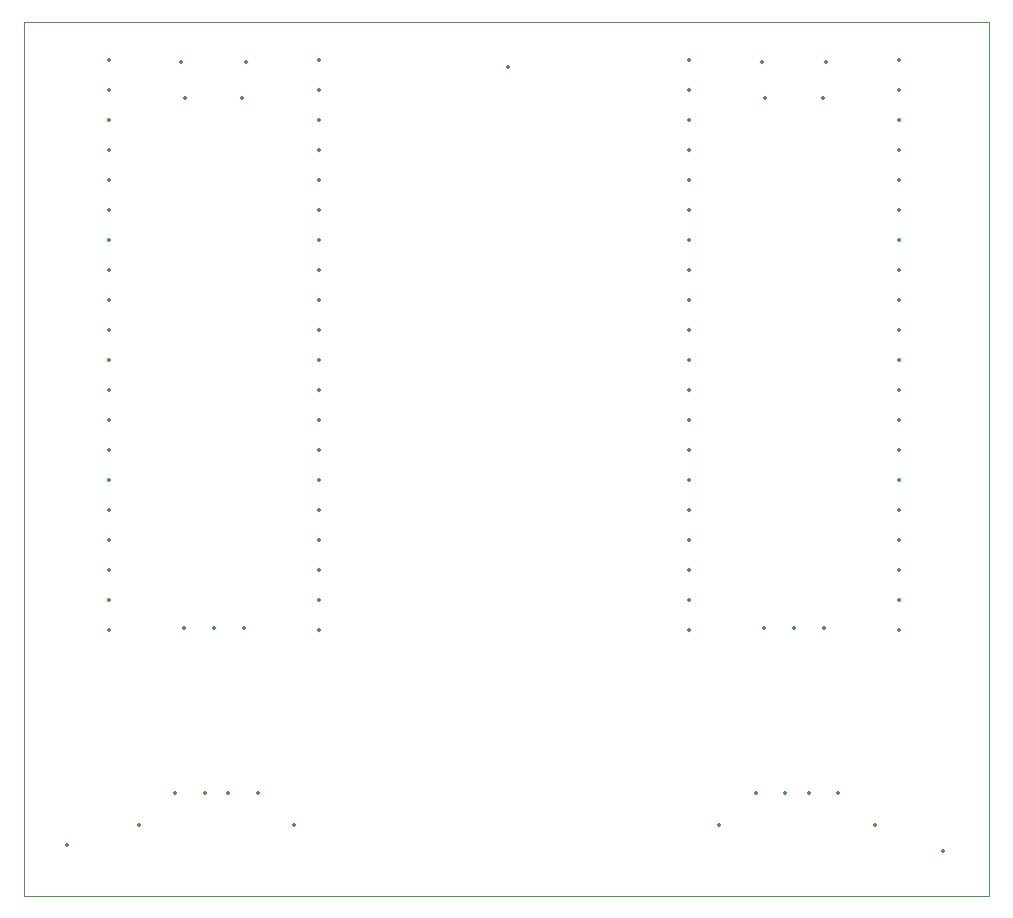
<source format=gko>
%TF.GenerationSoftware,KiCad,Pcbnew,8.0.5*%
%TF.CreationDate,2024-10-19T09:16:07+05:30*%
%TF.ProjectId,DeskHop_Rev1,4465736b-486f-4705-9f52-6576312e6b69,rev?*%
%TF.SameCoordinates,Original*%
%TF.FileFunction,Profile,NP*%
%FSLAX46Y46*%
G04 Gerber Fmt 4.6, Leading zero omitted, Abs format (unit mm)*
G04 Created by KiCad (PCBNEW 8.0.5) date 2024-10-19 09:16:07*
%MOMM*%
%LPD*%
G01*
G04 APERTURE LIST*
%TA.AperFunction,Profile*%
%ADD10C,0.050000*%
%TD*%
%ADD11C,0.350000*%
G04 APERTURE END LIST*
D10*
X64255513Y-58212566D02*
X145905513Y-58212566D01*
X145905513Y-132212566D01*
X64255513Y-132212566D01*
X64255513Y-58212566D01*
D11*
X142015513Y-128382566D03*
X77539260Y-61607566D03*
X77839260Y-64637566D03*
X82689260Y-64637566D03*
X82989260Y-61607566D03*
X71374260Y-61477566D03*
X71374260Y-64017566D03*
X71374260Y-66557566D03*
X71374260Y-69097566D03*
X71374260Y-71637566D03*
X71374260Y-74177566D03*
X71374260Y-76717566D03*
X71374260Y-79257566D03*
X71374260Y-81797566D03*
X71374260Y-84337566D03*
X71374260Y-86877566D03*
X71374260Y-89417566D03*
X71374260Y-91957566D03*
X71374260Y-94497566D03*
X71374260Y-97037566D03*
X71374260Y-99577566D03*
X71374260Y-102117566D03*
X71374260Y-104657566D03*
X71374260Y-107197566D03*
X71374260Y-109737566D03*
X89154260Y-109737566D03*
X89154260Y-107197566D03*
X89154260Y-104657566D03*
X89154260Y-102117566D03*
X89154260Y-99577566D03*
X89154260Y-97037566D03*
X89154260Y-94497566D03*
X89154260Y-91957566D03*
X89154260Y-89417566D03*
X89154260Y-86877566D03*
X89154260Y-84337566D03*
X89154260Y-81797566D03*
X89154260Y-79257566D03*
X89154260Y-76717566D03*
X89154260Y-74177566D03*
X89154260Y-71637566D03*
X89154260Y-69097566D03*
X89154260Y-66557566D03*
X89154260Y-64017566D03*
X89154260Y-61477566D03*
X77724260Y-109507566D03*
X80264260Y-109507566D03*
X82804260Y-109507566D03*
X105165513Y-62032566D03*
X77015513Y-123545566D03*
X79515513Y-123545566D03*
X81515513Y-123545566D03*
X84015513Y-123545566D03*
X73945513Y-126255566D03*
X87085513Y-126255566D03*
X67875513Y-127902566D03*
X126696234Y-61607566D03*
X126996234Y-64637566D03*
X131846234Y-64637566D03*
X132146234Y-61607566D03*
X120531234Y-61477566D03*
X120531234Y-64017566D03*
X120531234Y-66557566D03*
X120531234Y-69097566D03*
X120531234Y-71637566D03*
X120531234Y-74177566D03*
X120531234Y-76717566D03*
X120531234Y-79257566D03*
X120531234Y-81797566D03*
X120531234Y-84337566D03*
X120531234Y-86877566D03*
X120531234Y-89417566D03*
X120531234Y-91957566D03*
X120531234Y-94497566D03*
X120531234Y-97037566D03*
X120531234Y-99577566D03*
X120531234Y-102117566D03*
X120531234Y-104657566D03*
X120531234Y-107197566D03*
X120531234Y-109737566D03*
X138311234Y-109737566D03*
X138311234Y-107197566D03*
X138311234Y-104657566D03*
X138311234Y-102117566D03*
X138311234Y-99577566D03*
X138311234Y-97037566D03*
X138311234Y-94497566D03*
X138311234Y-91957566D03*
X138311234Y-89417566D03*
X138311234Y-86877566D03*
X138311234Y-84337566D03*
X138311234Y-81797566D03*
X138311234Y-79257566D03*
X138311234Y-76717566D03*
X138311234Y-74177566D03*
X138311234Y-71637566D03*
X138311234Y-69097566D03*
X138311234Y-66557566D03*
X138311234Y-64017566D03*
X138311234Y-61477566D03*
X126881234Y-109507566D03*
X129421234Y-109507566D03*
X131961234Y-109507566D03*
X126172487Y-123545566D03*
X128672487Y-123545566D03*
X130672487Y-123545566D03*
X133172487Y-123545566D03*
X123102487Y-126255566D03*
X136242487Y-126255566D03*
M02*

</source>
